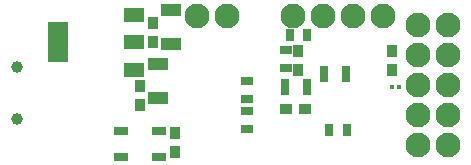
<source format=gbs>
G04*
G04 #@! TF.GenerationSoftware,Altium Limited,Altium Designer,22.7.1 (60)*
G04*
G04 Layer_Color=16711935*
%FSLAX25Y25*%
%MOIN*%
G70*
G04*
G04 #@! TF.SameCoordinates,1362A066-ECE3-457F-9539-8A17BD865AD3*
G04*
G04*
G04 #@! TF.FilePolarity,Negative*
G04*
G01*
G75*
%ADD32R,0.03150X0.03937*%
%ADD34R,0.03937X0.03150*%
%ADD35R,0.03150X0.05512*%
%ADD36R,0.04194X0.03494*%
%ADD38R,0.03494X0.04194*%
%ADD39R,0.01575X0.01575*%
%ADD45C,0.08268*%
%ADD46C,0.03937*%
%ADD59R,0.04528X0.02953*%
%ADD60R,0.06693X0.03937*%
%ADD61R,0.06693X0.13386*%
%ADD62R,0.06693X0.05118*%
D32*
X110531Y46949D02*
D03*
X116437D02*
D03*
X129626Y15354D02*
D03*
X123721D02*
D03*
D34*
X96457Y21654D02*
D03*
Y15748D02*
D03*
Y31496D02*
D03*
Y25591D02*
D03*
X109153Y36024D02*
D03*
Y41929D02*
D03*
D35*
X121850Y33858D02*
D03*
X129331D02*
D03*
X116437Y29724D02*
D03*
X108957D02*
D03*
D36*
X115650Y22244D02*
D03*
X109350D02*
D03*
D38*
X144685Y35236D02*
D03*
Y41536D02*
D03*
X72441Y7972D02*
D03*
Y14272D02*
D03*
X60630Y23622D02*
D03*
Y29922D02*
D03*
X64961Y50788D02*
D03*
Y44488D02*
D03*
X113386Y41634D02*
D03*
Y35334D02*
D03*
D39*
X144488Y29528D02*
D03*
X146850D02*
D03*
D45*
X79646Y53150D02*
D03*
X89646D02*
D03*
X111772D02*
D03*
X121772D02*
D03*
X131772D02*
D03*
X141772D02*
D03*
X163150Y10276D02*
D03*
Y20276D02*
D03*
Y30276D02*
D03*
Y40276D02*
D03*
Y50276D02*
D03*
X153150Y10276D02*
D03*
Y20276D02*
D03*
Y30276D02*
D03*
Y40276D02*
D03*
Y50276D02*
D03*
D46*
X19685Y36220D02*
D03*
Y18898D02*
D03*
D59*
X54429Y6398D02*
D03*
X66831D02*
D03*
X54429Y14862D02*
D03*
X66831D02*
D03*
D60*
X70866Y55315D02*
D03*
Y43898D02*
D03*
X66535Y25787D02*
D03*
Y37205D02*
D03*
D61*
X33465Y44488D02*
D03*
D62*
X58661Y35433D02*
D03*
Y44488D02*
D03*
Y53543D02*
D03*
M02*

</source>
